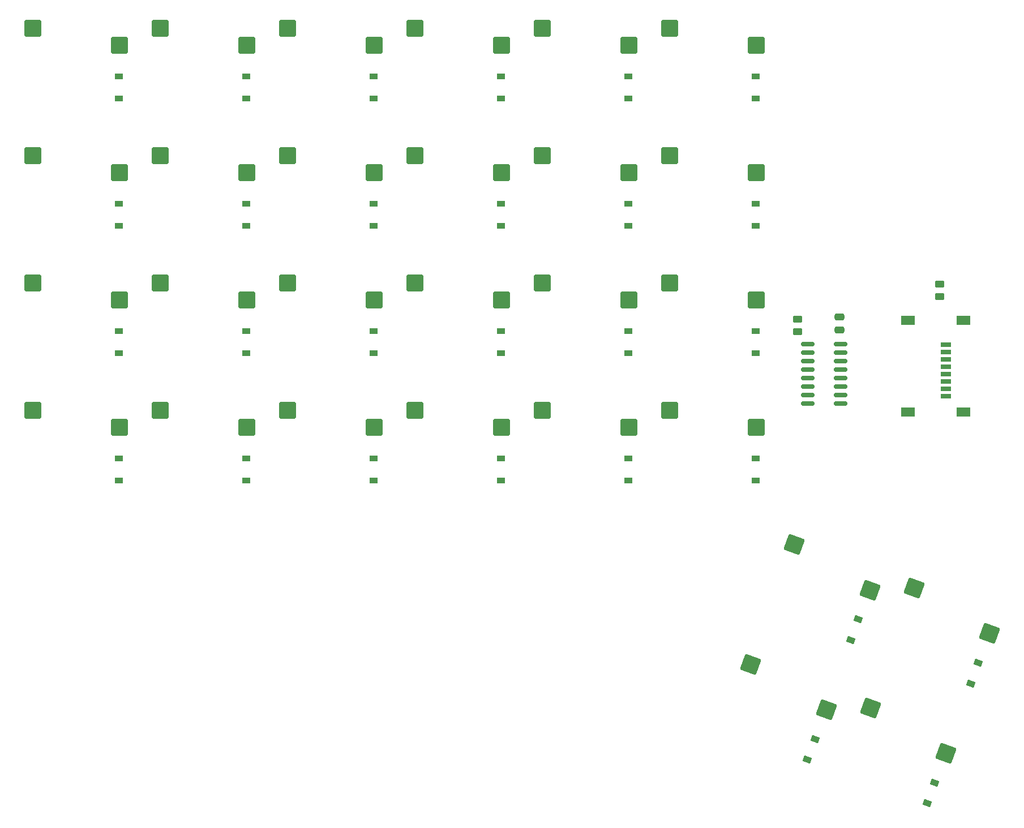
<source format=gtp>
%TF.GenerationSoftware,KiCad,Pcbnew,6.99.0-dfdedfa605*%
%TF.CreationDate,2022-05-26T14:34:28+01:00*%
%TF.ProjectId,keyboard-right,6b657962-6f61-4726-942d-72696768742e,dev-1*%
%TF.SameCoordinates,Original*%
%TF.FileFunction,Paste,Top*%
%TF.FilePolarity,Positive*%
%FSLAX46Y46*%
G04 Gerber Fmt 4.6, Leading zero omitted, Abs format (unit mm)*
G04 Created by KiCad (PCBNEW 6.99.0-dfdedfa605) date 2022-05-26 14:34:28*
%MOMM*%
%LPD*%
G01*
G04 APERTURE LIST*
G04 Aperture macros list*
%AMRoundRect*
0 Rectangle with rounded corners*
0 $1 Rounding radius*
0 $2 $3 $4 $5 $6 $7 $8 $9 X,Y pos of 4 corners*
0 Add a 4 corners polygon primitive as box body*
4,1,4,$2,$3,$4,$5,$6,$7,$8,$9,$2,$3,0*
0 Add four circle primitives for the rounded corners*
1,1,$1+$1,$2,$3*
1,1,$1+$1,$4,$5*
1,1,$1+$1,$6,$7*
1,1,$1+$1,$8,$9*
0 Add four rect primitives between the rounded corners*
20,1,$1+$1,$2,$3,$4,$5,0*
20,1,$1+$1,$4,$5,$6,$7,0*
20,1,$1+$1,$6,$7,$8,$9,0*
20,1,$1+$1,$8,$9,$2,$3,0*%
%AMRotRect*
0 Rectangle, with rotation*
0 The origin of the aperture is its center*
0 $1 length*
0 $2 width*
0 $3 Rotation angle, in degrees counterclockwise*
0 Add horizontal line*
21,1,$1,$2,0,0,$3*%
G04 Aperture macros list end*
%ADD10R,1.200000X0.900000*%
%ADD11RotRect,0.900000X1.200000X70.000000*%
%ADD12RoundRect,0.150000X-0.825000X-0.150000X0.825000X-0.150000X0.825000X0.150000X-0.825000X0.150000X0*%
%ADD13RoundRect,0.250000X-0.450000X0.262500X-0.450000X-0.262500X0.450000X-0.262500X0.450000X0.262500X0*%
%ADD14RoundRect,0.250000X0.475000X-0.250000X0.475000X0.250000X-0.475000X0.250000X-0.475000X-0.250000X0*%
%ADD15R,1.500000X0.800000*%
%ADD16R,2.000000X1.450000*%
%ADD17RoundRect,0.250000X1.025000X1.000000X-1.025000X1.000000X-1.025000X-1.000000X1.025000X-1.000000X0*%
%ADD18RoundRect,0.250000X1.305205X0.589122X-0.621165X1.290263X-1.305205X-0.589122X0.621165X-1.290263X0*%
G04 APERTURE END LIST*
D10*
%TO.C,D10*%
X82325899Y-75133199D03*
X82325899Y-71833199D03*
%TD*%
%TO.C,D2*%
X44225899Y-75133199D03*
X44225899Y-71833199D03*
%TD*%
%TO.C,D22*%
X120425899Y-113233199D03*
X120425899Y-109933199D03*
%TD*%
D11*
%TO.C,D28*%
X165126975Y-161495102D03*
X166255641Y-158394116D03*
%TD*%
%TO.C,D18*%
X171642456Y-143593957D03*
X172771122Y-140492971D03*
%TD*%
D10*
%TO.C,D9*%
X82325899Y-56083199D03*
X82325899Y-52783199D03*
%TD*%
%TO.C,D19*%
X120425899Y-56083199D03*
X120425899Y-52783199D03*
%TD*%
%TO.C,D5*%
X63275899Y-56083199D03*
X63275899Y-52783199D03*
%TD*%
%TO.C,D21*%
X120425899Y-94183199D03*
X120425899Y-90883199D03*
%TD*%
%TO.C,D27*%
X139475899Y-113233199D03*
X139475899Y-109933199D03*
%TD*%
%TO.C,D25*%
X139475899Y-75133199D03*
X139475899Y-71833199D03*
%TD*%
%TO.C,D8*%
X63275899Y-113233199D03*
X63275899Y-109933199D03*
%TD*%
%TO.C,D4*%
X44225899Y-113233199D03*
X44225899Y-109933199D03*
%TD*%
D11*
%TO.C,D23*%
X147225830Y-154979618D03*
X148354496Y-151878632D03*
%TD*%
D10*
%TO.C,D20*%
X120425899Y-75133199D03*
X120425899Y-71833199D03*
%TD*%
D12*
%TO.C,U1*%
X147283400Y-92786200D03*
X147283400Y-94056200D03*
X147283400Y-95326200D03*
X147283400Y-96596200D03*
X147283400Y-97866200D03*
X147283400Y-99136200D03*
X147283400Y-100406200D03*
X147283400Y-101676200D03*
X152233400Y-101676200D03*
X152233400Y-100406200D03*
X152233400Y-99136200D03*
X152233400Y-97866200D03*
X152233400Y-96596200D03*
X152233400Y-95326200D03*
X152233400Y-94056200D03*
X152233400Y-92786200D03*
%TD*%
D11*
%TO.C,D13*%
X153741314Y-137078474D03*
X154869980Y-133977488D03*
%TD*%
D13*
%TO.C,R2*%
X145750000Y-89087500D03*
X145750000Y-90912500D03*
%TD*%
D14*
%TO.C,C1*%
X152000000Y-90650000D03*
X152000000Y-88750000D03*
%TD*%
D10*
%TO.C,D26*%
X139475899Y-94183199D03*
X139475899Y-90883199D03*
%TD*%
D15*
%TO.C,J1*%
X167986399Y-92888199D03*
X167986399Y-93988199D03*
X167986399Y-95088199D03*
X167986399Y-96188199D03*
X167986399Y-97288199D03*
X167986399Y-98388199D03*
X167986399Y-99488199D03*
X167986399Y-100588199D03*
D16*
X170586399Y-89213199D03*
X162286399Y-89213199D03*
X170586399Y-102963199D03*
X162286399Y-102963199D03*
%TD*%
D10*
%TO.C,D14*%
X101375899Y-56083199D03*
X101375899Y-52783199D03*
%TD*%
%TO.C,D6*%
X63275899Y-75133199D03*
X63275899Y-71833199D03*
%TD*%
%TO.C,D11*%
X82325899Y-94183199D03*
X82325899Y-90883199D03*
%TD*%
%TO.C,D16*%
X101375899Y-94183199D03*
X101375899Y-90883199D03*
%TD*%
%TO.C,D3*%
X44225899Y-94183199D03*
X44225899Y-90883199D03*
%TD*%
%TO.C,D15*%
X101375899Y-75133199D03*
X101375899Y-71833199D03*
%TD*%
%TO.C,D24*%
X139475899Y-56083199D03*
X139475899Y-52783199D03*
%TD*%
%TO.C,D17*%
X101375899Y-113233199D03*
X101375899Y-109933199D03*
%TD*%
D13*
%TO.C,R1*%
X167000000Y-83837500D03*
X167000000Y-85662500D03*
%TD*%
D10*
%TO.C,D1*%
X44225899Y-56083199D03*
X44225899Y-52783199D03*
%TD*%
%TO.C,D12*%
X82325899Y-113233199D03*
X82325899Y-109933199D03*
%TD*%
%TO.C,D7*%
X63275899Y-94183199D03*
X63275899Y-90883199D03*
%TD*%
D17*
%TO.C,SW1*%
X44325900Y-48083200D03*
X31398900Y-45543200D03*
%TD*%
%TO.C,SW20*%
X120525900Y-67133200D03*
X107598900Y-64593200D03*
%TD*%
%TO.C,SW10*%
X82425900Y-67133200D03*
X69498900Y-64593200D03*
%TD*%
%TO.C,SW25*%
X139575900Y-67133200D03*
X126648900Y-64593200D03*
%TD*%
%TO.C,SW17*%
X101475900Y-105233200D03*
X88548900Y-102693200D03*
%TD*%
%TO.C,SW26*%
X139575900Y-86183200D03*
X126648900Y-83643200D03*
%TD*%
%TO.C,SW15*%
X101475900Y-67133200D03*
X88548900Y-64593200D03*
%TD*%
%TO.C,SW24*%
X139575900Y-48083200D03*
X126648900Y-45543200D03*
%TD*%
D18*
%TO.C,SW18*%
X174472588Y-136110618D03*
X163193913Y-129302505D03*
%TD*%
D17*
%TO.C,SW6*%
X63375900Y-67133200D03*
X50448900Y-64593200D03*
%TD*%
%TO.C,SW21*%
X120525900Y-86183200D03*
X107598900Y-83643200D03*
%TD*%
%TO.C,SW4*%
X44325900Y-105233200D03*
X31398900Y-102693200D03*
%TD*%
D18*
%TO.C,SW23*%
X150055960Y-147496279D03*
X138777285Y-140688166D03*
%TD*%
D17*
%TO.C,SW11*%
X82425900Y-86183200D03*
X69498900Y-83643200D03*
%TD*%
%TO.C,SW19*%
X120525900Y-48083200D03*
X107598900Y-45543200D03*
%TD*%
%TO.C,SW5*%
X63375900Y-48083200D03*
X50448900Y-45543200D03*
%TD*%
%TO.C,SW27*%
X139575900Y-105233200D03*
X126648900Y-102693200D03*
%TD*%
%TO.C,SW16*%
X101475900Y-86183200D03*
X88548900Y-83643200D03*
%TD*%
%TO.C,SW8*%
X63375900Y-105233200D03*
X50448900Y-102693200D03*
%TD*%
D18*
%TO.C,SW13*%
X156571444Y-129595135D03*
X145292769Y-122787022D03*
%TD*%
D17*
%TO.C,SW3*%
X44325900Y-86183200D03*
X31398900Y-83643200D03*
%TD*%
D18*
%TO.C,SW28*%
X167957105Y-154011763D03*
X156678430Y-147203650D03*
%TD*%
D17*
%TO.C,SW7*%
X63375900Y-86183200D03*
X50448900Y-83643200D03*
%TD*%
%TO.C,SW14*%
X101475900Y-48083200D03*
X88548900Y-45543200D03*
%TD*%
%TO.C,SW9*%
X82425900Y-48083200D03*
X69498900Y-45543200D03*
%TD*%
%TO.C,SW2*%
X44325900Y-67133200D03*
X31398900Y-64593200D03*
%TD*%
%TO.C,SW22*%
X120525900Y-105233200D03*
X107598900Y-102693200D03*
%TD*%
%TO.C,SW12*%
X82425900Y-105233200D03*
X69498900Y-102693200D03*
%TD*%
M02*

</source>
